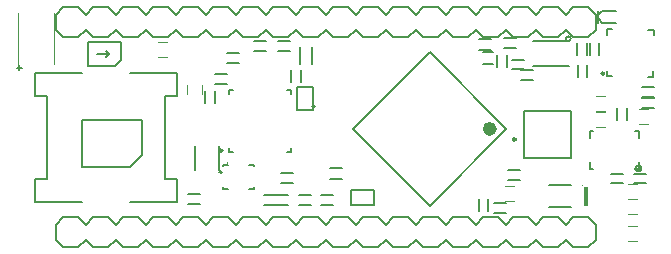
<source format=gbo>
G04 Layer_Color=32896*
%FSLAX25Y25*%
%MOIN*%
G70*
G01*
G75*
%ADD36C,0.00500*%
%ADD38C,0.00800*%
%ADD42C,0.00600*%
%ADD115C,0.00394*%
%ADD118C,0.00400*%
%ADD194C,0.00984*%
%ADD195C,0.02362*%
%ADD196C,0.00787*%
%ADD197C,0.00300*%
D36*
X70303Y27991D02*
G03*
X70303Y27991I-142J0D01*
G01*
X208189Y26198D02*
G03*
X208189Y26198I-1000J0D01*
G01*
X99096Y46831D02*
G03*
X99096Y46831I-112J0D01*
G01*
X99484D02*
G03*
X99484Y46831I-500J0D01*
G01*
X155529Y60905D02*
X158679D01*
X155529Y65054D02*
X158679D01*
X68882Y27337D02*
X70457D01*
X68882Y26943D02*
Y27337D01*
X77543D02*
X79118D01*
Y26943D02*
Y27337D01*
Y19463D02*
Y19857D01*
X77543Y19463D02*
X79118D01*
X68882D02*
X70457D01*
X68882D02*
Y19857D01*
X183709Y68634D02*
X183906D01*
X37622Y26674D02*
X41559Y30611D01*
Y42422D01*
X21874D02*
X41559D01*
X21874Y26674D02*
Y42422D01*
Y26674D02*
X37622D01*
X49433Y22737D02*
X53370D01*
Y14863D02*
Y22737D01*
X37622Y14863D02*
X53370D01*
X6126D02*
X21874D01*
X6126D02*
Y22737D01*
X10063D01*
Y50296D01*
X6126D02*
X10063D01*
X6126D02*
Y58170D01*
X21874D01*
X37622D02*
X53370D01*
Y50296D02*
Y58170D01*
X49433Y50296D02*
X53370D01*
X49433Y22737D02*
Y50296D01*
X206150Y38564D02*
X207232D01*
Y36300D02*
Y38564D01*
X206150Y26162D02*
X207232D01*
Y28426D01*
X190894Y36300D02*
Y38564D01*
Y26162D02*
Y28426D01*
Y38564D02*
X191976D01*
X190894Y26162D02*
X191976D01*
X195040Y78800D02*
X199702D01*
X193898Y77540D02*
X195040Y78800D01*
X193898Y76060D02*
X195040Y74800D01*
X193875D02*
Y78800D01*
X195040Y74800D02*
X199702D01*
X98650Y45689D02*
Y53248D01*
X93457D02*
X98650D01*
X93457Y45689D02*
Y53248D01*
Y45689D02*
X98650D01*
X169126Y45374D02*
X184874D01*
Y29626D02*
Y45374D01*
X169126Y29626D02*
Y45374D01*
Y29626D02*
X184874D01*
X752Y58967D02*
Y60699D01*
X-35Y59833D02*
X1618D01*
X94261Y61017D02*
Y66529D01*
X98261Y61017D02*
Y66568D01*
X190055Y13850D02*
Y20150D01*
X177374Y13406D02*
X184646D01*
X177370Y20595D02*
X184642D01*
X189268Y13850D02*
Y20150D01*
X111552Y19050D02*
X119111D01*
X111552Y13857D02*
Y19050D01*
Y13857D02*
X119111D01*
Y19050D01*
X29700Y65200D02*
X30700Y64200D01*
X29700Y63200D02*
X30700Y64200D01*
X26700D02*
X30700D01*
X23700Y60200D02*
Y68200D01*
Y60200D02*
X32700D01*
X34700Y62200D01*
Y68200D01*
X23700D02*
X34700D01*
D38*
X183906Y68634D02*
G03*
X183709Y68634I-99J788D01*
G01*
X67534Y24878D02*
G03*
X67534Y24977I397J50D01*
G01*
X172094Y60366D02*
X183906D01*
X172094Y68634D02*
X183709D01*
X59364Y25567D02*
X59365Y33835D01*
X67435D02*
X67435Y25567D01*
D42*
X82500Y17300D02*
X86500D01*
X82500Y14100D02*
X86500D01*
X203400Y42500D02*
Y46500D01*
X200000Y42500D02*
Y46500D01*
X13000Y2500D02*
Y7500D01*
X35500Y10000D02*
X40500D01*
X33000Y7500D02*
X35500Y10000D01*
X33000Y2500D02*
X35500Y0D01*
X30500Y10000D02*
X33000Y7500D01*
X25500Y10000D02*
X30500D01*
X23000Y7500D02*
X25500Y10000D01*
X23000Y2500D02*
X25500Y0D01*
X30500D01*
X33000Y2500D01*
X50500Y10000D02*
X53000Y7500D01*
X45500Y10000D02*
X50500D01*
X43000Y7500D02*
X45500Y10000D01*
X43000Y2500D02*
X45500Y0D01*
X50500D01*
X53000Y2500D01*
X40500Y10000D02*
X43000Y7500D01*
X40500Y0D02*
X43000Y2500D01*
X35500Y0D02*
X40500D01*
X15500Y10000D02*
X20500D01*
X13000Y7500D02*
X15500Y10000D01*
X13000Y2500D02*
X15500Y0D01*
X20500Y10000D02*
X23000Y7500D01*
X20500Y0D02*
X23000Y2500D01*
X15500Y0D02*
X20500D01*
X75500Y10000D02*
X80500D01*
X73000Y7500D02*
X75500Y10000D01*
X73000Y2500D02*
X75500Y0D01*
X70500Y10000D02*
X73000Y7500D01*
X65500Y10000D02*
X70500D01*
X63000Y7500D02*
X65500Y10000D01*
X63000Y2500D02*
X65500Y0D01*
X70500D01*
X73000Y2500D01*
X90500Y10000D02*
X93000Y7500D01*
X85500Y10000D02*
X90500D01*
X83000Y7500D02*
X85500Y10000D01*
X83000Y2500D02*
X85500Y0D01*
X90500D01*
X93000Y2500D01*
X80500Y10000D02*
X83000Y7500D01*
X80500Y0D02*
X83000Y2500D01*
X75500Y0D02*
X80500D01*
X55500Y10000D02*
X60500D01*
X53000Y7500D02*
X55500Y10000D01*
X53000Y2500D02*
X55500Y0D01*
X60500Y10000D02*
X63000Y7500D01*
X60500Y0D02*
X63000Y2500D01*
X55500Y0D02*
X60500D01*
X115500Y10000D02*
X120500D01*
X113000Y7500D02*
X115500Y10000D01*
X113000Y2500D02*
X115500Y0D01*
X110500Y10000D02*
X113000Y7500D01*
X105500Y10000D02*
X110500D01*
X103000Y7500D02*
X105500Y10000D01*
X103000Y2500D02*
X105500Y0D01*
X110500D01*
X113000Y2500D01*
X130500Y10000D02*
X133000Y7500D01*
X125500Y10000D02*
X130500D01*
X123000Y7500D02*
X125500Y10000D01*
X123000Y2500D02*
X125500Y0D01*
X130500D01*
X133000Y2500D01*
X120500Y10000D02*
X123000Y7500D01*
X120500Y0D02*
X123000Y2500D01*
X115500Y0D02*
X120500D01*
X95500Y10000D02*
X100500D01*
X93000Y7500D02*
X95500Y10000D01*
X93000Y2500D02*
X95500Y0D01*
X100500Y10000D02*
X103000Y7500D01*
X100500Y0D02*
X103000Y2500D01*
X95500Y0D02*
X100500D01*
X135500D02*
X140500D01*
X143000Y2500D01*
X140500Y10000D02*
X143000Y7500D01*
X133000Y2500D02*
X135500Y0D01*
X133000Y7500D02*
X135500Y10000D01*
X140500D01*
X185500Y0D02*
X190500D01*
X193000Y2500D01*
X190500Y10000D02*
X193000Y7500D01*
Y2500D02*
Y7500D01*
X180500Y0D02*
X183000Y2500D01*
X175500Y0D02*
X180500D01*
X173000Y2500D02*
X175500Y0D01*
X173000Y7500D02*
X175500Y10000D01*
X180500D01*
X183000Y7500D01*
Y2500D02*
X185500Y0D01*
X183000Y7500D02*
X185500Y10000D01*
X190500D01*
X155500Y0D02*
X160500D01*
X163000Y2500D01*
X160500Y10000D02*
X163000Y7500D01*
X170500Y0D02*
X173000Y2500D01*
X165500Y0D02*
X170500D01*
X163000Y2500D02*
X165500Y0D01*
X163000Y7500D02*
X165500Y10000D01*
X170500D01*
X173000Y7500D01*
X150500Y0D02*
X153000Y2500D01*
X145500Y0D02*
X150500D01*
X143000Y2500D02*
X145500Y0D01*
X143000Y7500D02*
X145500Y10000D01*
X150500D01*
X153000Y7500D01*
Y2500D02*
X155500Y0D01*
X153000Y7500D02*
X155500Y10000D01*
X160500D01*
X13000Y72500D02*
Y77500D01*
X35500Y80000D02*
X40500D01*
X33000Y77500D02*
X35500Y80000D01*
X33000Y72500D02*
X35500Y70000D01*
X30500Y80000D02*
X33000Y77500D01*
X25500Y80000D02*
X30500D01*
X23000Y77500D02*
X25500Y80000D01*
X23000Y72500D02*
X25500Y70000D01*
X30500D01*
X33000Y72500D01*
X50500Y80000D02*
X53000Y77500D01*
X45500Y80000D02*
X50500D01*
X43000Y77500D02*
X45500Y80000D01*
X43000Y72500D02*
X45500Y70000D01*
X50500D01*
X53000Y72500D01*
X40500Y80000D02*
X43000Y77500D01*
X40500Y70000D02*
X43000Y72500D01*
X35500Y70000D02*
X40500D01*
X15500Y80000D02*
X20500D01*
X13000Y77500D02*
X15500Y80000D01*
X13000Y72500D02*
X15500Y70000D01*
X20500Y80000D02*
X23000Y77500D01*
X20500Y70000D02*
X23000Y72500D01*
X15500Y70000D02*
X20500D01*
X75500Y80000D02*
X80500D01*
X73000Y77500D02*
X75500Y80000D01*
X73000Y72500D02*
X75500Y70000D01*
X70500Y80000D02*
X73000Y77500D01*
X65500Y80000D02*
X70500D01*
X63000Y77500D02*
X65500Y80000D01*
X63000Y72500D02*
X65500Y70000D01*
X70500D01*
X73000Y72500D01*
X90500Y80000D02*
X93000Y77500D01*
X85500Y80000D02*
X90500D01*
X83000Y77500D02*
X85500Y80000D01*
X83000Y72500D02*
X85500Y70000D01*
X90500D01*
X93000Y72500D01*
X80500Y80000D02*
X83000Y77500D01*
X80500Y70000D02*
X83000Y72500D01*
X75500Y70000D02*
X80500D01*
X55500Y80000D02*
X60500D01*
X53000Y77500D02*
X55500Y80000D01*
X53000Y72500D02*
X55500Y70000D01*
X60500Y80000D02*
X63000Y77500D01*
X60500Y70000D02*
X63000Y72500D01*
X55500Y70000D02*
X60500D01*
X115500Y80000D02*
X120500D01*
X113000Y77500D02*
X115500Y80000D01*
X113000Y72500D02*
X115500Y70000D01*
X110500Y80000D02*
X113000Y77500D01*
X105500Y80000D02*
X110500D01*
X103000Y77500D02*
X105500Y80000D01*
X103000Y72500D02*
X105500Y70000D01*
X110500D01*
X113000Y72500D01*
X130500Y80000D02*
X133000Y77500D01*
X125500Y80000D02*
X130500D01*
X123000Y77500D02*
X125500Y80000D01*
X123000Y72500D02*
X125500Y70000D01*
X130500D01*
X133000Y72500D01*
X120500Y80000D02*
X123000Y77500D01*
X120500Y70000D02*
X123000Y72500D01*
X115500Y70000D02*
X120500D01*
X95500Y80000D02*
X100500D01*
X93000Y77500D02*
X95500Y80000D01*
X93000Y72500D02*
X95500Y70000D01*
X100500Y80000D02*
X103000Y77500D01*
X100500Y70000D02*
X103000Y72500D01*
X95500Y70000D02*
X100500D01*
X135500D02*
X140500D01*
X143000Y72500D01*
X140500Y80000D02*
X143000Y77500D01*
X133000Y72500D02*
X135500Y70000D01*
X133000Y77500D02*
X135500Y80000D01*
X140500D01*
X185500Y70000D02*
X190500D01*
X193000Y72500D01*
X190500Y80000D02*
X193000Y77500D01*
Y72500D02*
Y77500D01*
X180500Y70000D02*
X183000Y72500D01*
X175500Y70000D02*
X180500D01*
X173000Y72500D02*
X175500Y70000D01*
X173000Y77500D02*
X175500Y80000D01*
X180500D01*
X183000Y77500D01*
Y72500D02*
X185500Y70000D01*
X183000Y77500D02*
X185500Y80000D01*
X190500D01*
X155500Y70000D02*
X160500D01*
X163000Y72500D01*
X160500Y80000D02*
X163000Y77500D01*
X170500Y70000D02*
X173000Y72500D01*
X165500Y70000D02*
X170500D01*
X163000Y72500D02*
X165500Y70000D01*
X163000Y77500D02*
X165500Y80000D01*
X170500D01*
X173000Y77500D01*
X150500Y70000D02*
X153000Y72500D01*
X145500Y70000D02*
X150500D01*
X143000Y72500D02*
X145500Y70000D01*
X143000Y77500D02*
X145500Y80000D01*
X150500D01*
X153000Y77500D01*
Y72500D02*
X155500Y70000D01*
X153000Y77500D02*
X155500Y80000D01*
X160500D01*
X66000Y54400D02*
X70000D01*
X66000Y57600D02*
X70000D01*
X160100Y60000D02*
Y64000D01*
X163500Y60000D02*
Y64000D01*
X154000Y69200D02*
X158000D01*
X154000Y65800D02*
X158000D01*
X198063Y21263D02*
X202063D01*
X198063Y24463D02*
X202063D01*
X205563D02*
X209563D01*
X205563Y21263D02*
X209563D01*
X70000Y61400D02*
X74000D01*
X70000Y64600D02*
X74000D01*
X94600Y55000D02*
Y59000D01*
X91400Y55000D02*
Y59000D01*
X79000Y65300D02*
X83000D01*
X79000Y68700D02*
X83000D01*
X66000Y48000D02*
Y52000D01*
X62600Y48000D02*
Y52000D01*
X104500Y26200D02*
X108500D01*
X104500Y22800D02*
X108500D01*
X163772Y25700D02*
X167772D01*
X163772Y22300D02*
X167772D01*
X159000Y11300D02*
X163000D01*
X159000Y14700D02*
X163000D01*
X190200Y64000D02*
Y68000D01*
X186800Y64000D02*
Y68000D01*
X57200Y17700D02*
X61200D01*
X57200Y14300D02*
X61200D01*
X88000Y21300D02*
X92000D01*
X88000Y24700D02*
X92000D01*
X168000Y55600D02*
X172000D01*
X168000Y59000D02*
X172000D01*
X101500Y14000D02*
X105500D01*
X101500Y17400D02*
X105500D01*
X87000Y65300D02*
X91000D01*
X87000Y68700D02*
X91000D01*
X208500Y49700D02*
X212500D01*
X208500Y46500D02*
X212500D01*
X208500Y53200D02*
X212500D01*
X208500Y50000D02*
X212500D01*
X94000Y14100D02*
X98000D01*
X94000Y17300D02*
X98000D01*
X157100Y12000D02*
Y16000D01*
X153900Y12000D02*
Y16000D01*
X162500Y66400D02*
X166500D01*
X162500Y69600D02*
X166500D01*
X165000Y59200D02*
X169000D01*
X165000Y62400D02*
X169000D01*
X190100Y56600D02*
Y60600D01*
X186900Y56600D02*
Y60600D01*
X86500Y17300D02*
X90500D01*
X86500Y14100D02*
X90500D01*
X191000Y64082D02*
Y68082D01*
X194200Y64082D02*
Y68082D01*
D115*
X188677Y20543D02*
G03*
X188677Y20543I-197J0D01*
G01*
D118*
X159316Y65369D02*
G03*
X159316Y65369I-200J0D01*
G01*
X47100Y63200D02*
X50100D01*
X47100Y68200D02*
X50100D01*
X203600Y10900D02*
X206600D01*
X203600Y15900D02*
X206600D01*
X207500Y41000D02*
X210500D01*
X207500Y46000D02*
X210500D01*
X162600Y15400D02*
X165600D01*
X162600Y20400D02*
X165600D01*
X61700Y51100D02*
Y54100D01*
X56700Y51100D02*
Y54100D01*
X193000Y50500D02*
X196000D01*
X193000Y45500D02*
X196000D01*
X193000Y45000D02*
X196000D01*
X193000Y40000D02*
X196000D01*
X203600Y2000D02*
X206600D01*
X203600Y7000D02*
X206600D01*
X203600Y15900D02*
X206600D01*
X203600Y20900D02*
X206600D01*
D194*
X68500Y32157D02*
G03*
X68500Y32157I-492J0D01*
G01*
X195606Y57877D02*
G03*
X195606Y57877I-295J0D01*
G01*
X166349Y35920D02*
G03*
X166349Y35920I-492J0D01*
G01*
D195*
X158825Y39400D02*
G03*
X158825Y39400I-1181J0D01*
G01*
D196*
X70567Y31567D02*
Y33043D01*
Y31567D02*
X72043D01*
X89957D02*
X91433D01*
Y33043D01*
Y50957D02*
Y52433D01*
X89957D02*
X91433D01*
X70567Y50957D02*
Y52433D01*
X72043D01*
X196787Y70672D02*
Y72543D01*
X198460D01*
X196590Y56991D02*
X198460D01*
X196590D02*
Y58665D01*
X212141Y56795D02*
Y58665D01*
X210468Y56795D02*
X212141D01*
X212338Y70672D02*
Y72346D01*
X210468D02*
X212338D01*
X111988Y39400D02*
X137600Y13788D01*
Y65012D02*
X163212Y39400D01*
X111988D02*
X137600Y65012D01*
Y13788D02*
X163212Y39400D01*
D197*
X500Y60900D02*
Y77900D01*
X12500Y60900D02*
Y77900D01*
M02*

</source>
